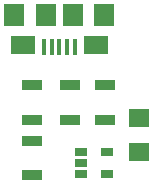
<source format=gbr>
G04 #@! TF.FileFunction,Paste,Top*
%FSLAX46Y46*%
G04 Gerber Fmt 4.6, Leading zero omitted, Abs format (unit mm)*
G04 Created by KiCad (PCBNEW 4.0.2-stable) date 3/23/2016 4:19:06 PM*
%MOMM*%
G01*
G04 APERTURE LIST*
%ADD10C,0.100000*%
%ADD11R,1.060000X0.650000*%
%ADD12R,1.700000X0.900000*%
%ADD13R,1.800860X1.597660*%
%ADD14R,1.800000X1.900000*%
%ADD15R,0.400000X1.350000*%
%ADD16R,2.100000X1.600000*%
G04 APERTURE END LIST*
D10*
D11*
X172500000Y-94750000D03*
X172500000Y-95700000D03*
X172500000Y-96650000D03*
X174700000Y-96650000D03*
X174700000Y-94750000D03*
D12*
X168300000Y-92050000D03*
X168300000Y-89150000D03*
X168300000Y-96750000D03*
X168300000Y-93850000D03*
X174500000Y-89150000D03*
X174500000Y-92050000D03*
X171500000Y-92050000D03*
X171500000Y-89150000D03*
D13*
X177400000Y-91930140D03*
X177400000Y-94769860D03*
D14*
X166812500Y-83185000D03*
X174412500Y-83185000D03*
X169462500Y-83185000D03*
D15*
X169312500Y-85860000D03*
X169962500Y-85860000D03*
X170612500Y-85860000D03*
X171262500Y-85860000D03*
X171912500Y-85860000D03*
D16*
X173712500Y-85735000D03*
X167512500Y-85735000D03*
D14*
X171762500Y-83185000D03*
M02*

</source>
